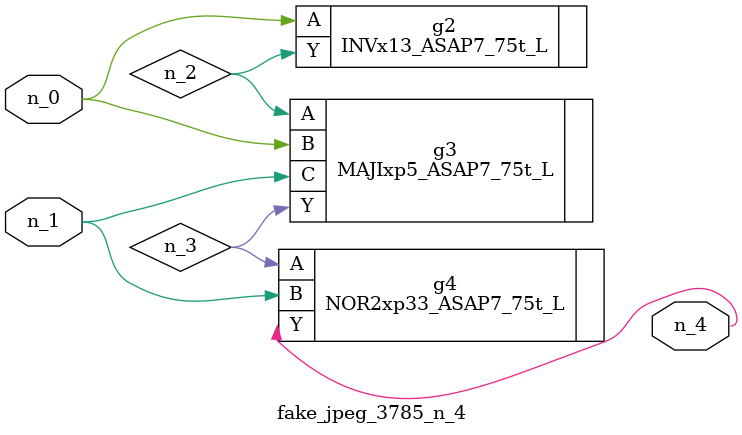
<source format=v>
module fake_jpeg_3785_n_4 (n_0, n_1, n_4);

input n_0;
input n_1;

output n_4;

wire n_2;
wire n_3;

INVx13_ASAP7_75t_L g2 ( 
.A(n_0),
.Y(n_2)
);

MAJIxp5_ASAP7_75t_L g3 ( 
.A(n_2),
.B(n_0),
.C(n_1),
.Y(n_3)
);

NOR2xp33_ASAP7_75t_L g4 ( 
.A(n_3),
.B(n_1),
.Y(n_4)
);


endmodule
</source>
